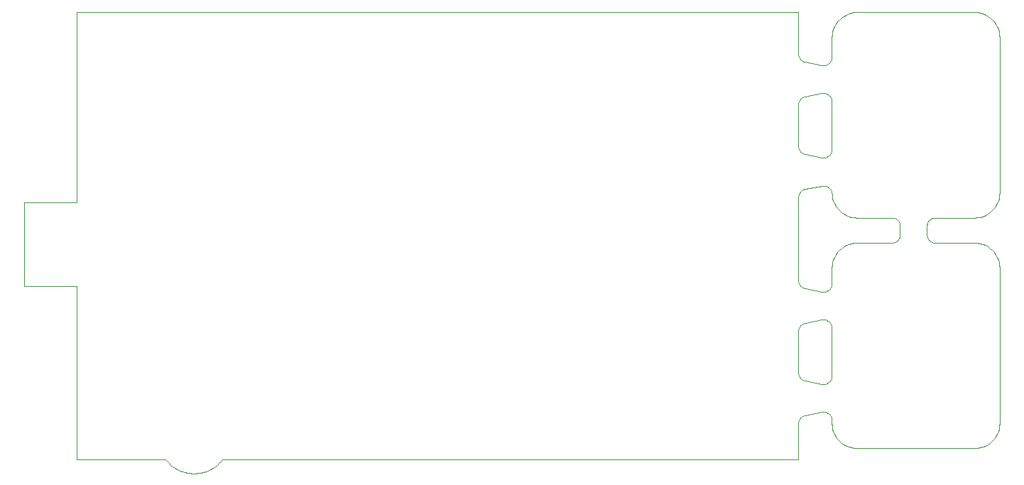
<source format=gko>
%MOIN*%
%OFA0B0*%
%FSLAX36Y36*%
%IPPOS*%
%LPD*%
%ADD10C,0*%
D10*
X003632999Y000474299D02*
X003632999Y000474299D01*
X003632999Y000667433D01*
X003633093Y000670143D01*
X003633373Y000672841D01*
X003633838Y000675513D01*
X003634486Y000678147D01*
X003635313Y000680730D01*
X003636317Y000683250D01*
X003637491Y000685695D01*
X003638831Y000688053D01*
X003640331Y000690313D01*
X003641982Y000692465D01*
X003643778Y000694498D01*
X003645709Y000696402D01*
X003647767Y000698169D01*
X003649942Y000699790D01*
X003652223Y000701257D01*
X003654599Y000702564D01*
X003657060Y000703704D01*
X003659594Y000704672D01*
X003662189Y000705464D01*
X003664831Y000706074D01*
X003743571Y000721435D01*
X003747003Y000721949D01*
X003750467Y000722158D01*
X003753936Y000722062D01*
X003757383Y000721661D01*
X003760781Y000720957D01*
X003764104Y000719957D01*
X003767327Y000718669D01*
X003770423Y000717101D01*
X003773369Y000715267D01*
X003776142Y000713181D01*
X003778721Y000710859D01*
X003781085Y000708318D01*
X003783216Y000705580D01*
X003785098Y000702664D01*
X003786715Y000699594D01*
X003788056Y000696393D01*
X003789110Y000693087D01*
X003789869Y000689700D01*
X003790327Y000686261D01*
X003790480Y000682794D01*
X003790480Y000458938D01*
X003790327Y000455471D01*
X003789869Y000452031D01*
X003789110Y000448645D01*
X003788056Y000445338D01*
X003786715Y000442138D01*
X003785098Y000439067D01*
X003783216Y000436152D01*
X003781085Y000433413D01*
X003778721Y000430873D01*
X003776142Y000428550D01*
X003773369Y000426464D01*
X003770423Y000424630D01*
X003767327Y000423063D01*
X003764104Y000421774D01*
X003760781Y000420774D01*
X003757383Y000420071D01*
X003753936Y000419669D01*
X003750467Y000419573D01*
X003747003Y000419782D01*
X003743571Y000420296D01*
X003664831Y000435657D01*
X003662189Y000436268D01*
X003659594Y000437059D01*
X003657060Y000438027D01*
X003654599Y000439167D01*
X003652223Y000440474D01*
X003649942Y000441941D01*
X003647767Y000443562D01*
X003645709Y000445329D01*
X003643778Y000447234D01*
X003641982Y000449266D01*
X003640331Y000451418D01*
X003638831Y000453678D01*
X003637491Y000456036D01*
X003636317Y000458481D01*
X003635313Y000461001D01*
X003634486Y000463584D01*
X003633838Y000466218D01*
X003633373Y000468890D01*
X003633093Y000471588D01*
X003632999Y000474299D01*
X003632999Y000234362D02*
X003632999Y000234362D01*
X003633093Y000237073D01*
X003633373Y000239770D01*
X003633838Y000242443D01*
X003634486Y000245076D01*
X003635313Y000247659D01*
X003636317Y000250179D01*
X003637491Y000252624D01*
X003638831Y000254982D01*
X003640331Y000257242D01*
X003641982Y000259394D01*
X003643778Y000261427D01*
X003645709Y000263331D01*
X003647767Y000265098D01*
X003649942Y000266719D01*
X003652223Y000268187D01*
X003654599Y000269493D01*
X003657060Y000270634D01*
X003659594Y000271602D01*
X003662189Y000272393D01*
X003664831Y000273004D01*
X003743571Y000288364D01*
X003747003Y000288878D01*
X003750467Y000289088D01*
X003753936Y000288991D01*
X003757383Y000288590D01*
X003760781Y000287886D01*
X003764104Y000286886D01*
X003767327Y000285598D01*
X003770423Y000284030D01*
X003773369Y000282196D01*
X003776142Y000280110D01*
X003778721Y000277788D01*
X003781085Y000275247D01*
X003783216Y000272509D01*
X003785098Y000269593D01*
X003786715Y000266523D01*
X003788056Y000263322D01*
X003789110Y000260016D01*
X003789869Y000256630D01*
X003790327Y000253190D01*
X003790480Y000249723D01*
X003790480Y000236220D01*
X003791222Y000222996D01*
X003793441Y000209938D01*
X003797108Y000197211D01*
X003802176Y000184974D01*
X003808583Y000173382D01*
X003816248Y000162580D01*
X003825073Y000152703D01*
X003834950Y000143878D01*
X003845751Y000136213D01*
X003857344Y000129806D01*
X003869581Y000124738D01*
X003882308Y000121071D01*
X003895366Y000118853D01*
X003908590Y000118110D01*
X004459771Y000118110D01*
X004472995Y000118853D01*
X004486053Y000121071D01*
X004498780Y000124738D01*
X004511017Y000129806D01*
X004522609Y000136213D01*
X004533411Y000143878D01*
X004543288Y000152703D01*
X004552113Y000162580D01*
X004559778Y000173382D01*
X004566185Y000184974D01*
X004571253Y000197211D01*
X004574920Y000209938D01*
X004577139Y000222996D01*
X004577881Y000236220D01*
X004577881Y000964566D01*
X004577139Y000977791D01*
X004574920Y000990849D01*
X004571253Y001003576D01*
X004566185Y001015813D01*
X004559778Y001027405D01*
X004552113Y001038207D01*
X004543288Y001048083D01*
X004533411Y001056909D01*
X004522609Y001064573D01*
X004511017Y001070980D01*
X004498780Y001076049D01*
X004486053Y001079716D01*
X004472995Y001081934D01*
X004459771Y001082677D01*
X004275514Y001082677D01*
X004272425Y001082798D01*
X004269355Y001083161D01*
X004266324Y001083764D01*
X004263348Y001084604D01*
X004260448Y001085674D01*
X004257641Y001086968D01*
X004254944Y001088478D01*
X004252373Y001090196D01*
X004249945Y001092110D01*
X004247675Y001094208D01*
X004245577Y001096478D01*
X004243663Y001098906D01*
X004241946Y001101476D01*
X004240435Y001104173D01*
X004239141Y001106980D01*
X004238071Y001109881D01*
X004237232Y001112856D01*
X004236629Y001115888D01*
X004236266Y001118958D01*
X004236144Y001122047D01*
X004236144Y001161417D01*
X004236266Y001164506D01*
X004236629Y001167576D01*
X004237232Y001170608D01*
X004238071Y001173583D01*
X004239141Y001176483D01*
X004240435Y001179290D01*
X004241946Y001181988D01*
X004243663Y001184558D01*
X004245577Y001186986D01*
X004247675Y001189256D01*
X004249945Y001191354D01*
X004252373Y001193268D01*
X004254944Y001194985D01*
X004257641Y001196496D01*
X004260448Y001197790D01*
X004263348Y001198860D01*
X004266324Y001199699D01*
X004269355Y001200302D01*
X004272425Y001200666D01*
X004275514Y001200787D01*
X004459771Y001200787D01*
X004472995Y001201530D01*
X004486053Y001203748D01*
X004498780Y001207415D01*
X004511017Y001212484D01*
X004522609Y001218890D01*
X004533411Y001226555D01*
X004543288Y001235380D01*
X004552113Y001245257D01*
X004559778Y001256059D01*
X004566185Y001267651D01*
X004571253Y001279888D01*
X004574920Y001292615D01*
X004577139Y001305673D01*
X004577881Y001318897D01*
X004577881Y002047244D01*
X004577139Y002060468D01*
X004574920Y002073526D01*
X004571253Y002086253D01*
X004566185Y002098490D01*
X004559778Y002110082D01*
X004552113Y002120884D01*
X004543288Y002130761D01*
X004533411Y002139586D01*
X004522609Y002147251D01*
X004511017Y002153657D01*
X004498780Y002158726D01*
X004486053Y002162393D01*
X004472995Y002164611D01*
X004459771Y002165354D01*
X003908590Y002165354D01*
X003895366Y002164611D01*
X003882308Y002162393D01*
X003869581Y002158726D01*
X003857344Y002153657D01*
X003845751Y002147251D01*
X003834950Y002139586D01*
X003825073Y002130761D01*
X003816248Y002120884D01*
X003808583Y002110082D01*
X003802176Y002098490D01*
X003797108Y002086253D01*
X003793441Y002073526D01*
X003791222Y002060468D01*
X003790480Y002047244D01*
X003790480Y001955001D01*
X003790327Y001951534D01*
X003789869Y001948094D01*
X003789110Y001944708D01*
X003788056Y001941401D01*
X003786715Y001938201D01*
X003785098Y001935130D01*
X003783216Y001932215D01*
X003781085Y001929476D01*
X003778721Y001926936D01*
X003776142Y001924613D01*
X003773369Y001922527D01*
X003770423Y001920693D01*
X003767327Y001919126D01*
X003764104Y001917837D01*
X003760781Y001916837D01*
X003757383Y001916134D01*
X003753936Y001915732D01*
X003750467Y001915636D01*
X003747003Y001915845D01*
X003743571Y001916359D01*
X003664831Y001931720D01*
X003662189Y001932331D01*
X003659594Y001933122D01*
X003657060Y001934090D01*
X003654599Y001935230D01*
X003652223Y001936537D01*
X003649942Y001938004D01*
X003647767Y001939625D01*
X003645709Y001941392D01*
X003643778Y001943297D01*
X003641982Y001945329D01*
X003640331Y001947481D01*
X003638831Y001949741D01*
X003637491Y001952099D01*
X003636317Y001954544D01*
X003635313Y001957064D01*
X003634486Y001959647D01*
X003633838Y001962281D01*
X003633373Y001964953D01*
X003633093Y001967651D01*
X003632999Y001970362D01*
X003632999Y002167319D01*
X000245999Y002167319D01*
X000245999Y001272319D01*
X000000000Y001272319D01*
X000000000Y000878319D01*
X000245999Y000878319D01*
X000245999Y000067319D01*
X000661645Y000067319D01*
X000669448Y000057619D01*
X000677949Y000048525D01*
X000687103Y000040088D01*
X000696859Y000032354D01*
X000707162Y000025366D01*
X000717955Y000019162D01*
X000729180Y000013778D01*
X000740773Y000009242D01*
X000752671Y000005581D01*
X000764809Y000002813D01*
X000777118Y000000954D01*
X000789532Y000000014D01*
X000801980Y000000000D01*
X000814396Y000000910D01*
X000826710Y000002740D01*
X000838854Y000005480D01*
X000850761Y000009114D01*
X000862365Y000013622D01*
X000873602Y000018980D01*
X000884410Y000025158D01*
X000894729Y000032122D01*
X000904502Y000039833D01*
X000913676Y000048249D01*
X000922199Y000057322D01*
X000930025Y000067005D01*
X000961000Y000067005D01*
X002845000Y000067319D01*
X003632999Y000067319D01*
X003632999Y000234362D01*
X003632999Y001297354D02*
X003632999Y001297354D01*
X003633096Y001300113D01*
X003633386Y001302858D01*
X003633868Y001305576D01*
X003634538Y001308254D01*
X003635395Y001310878D01*
X003636434Y001313435D01*
X003637649Y001315914D01*
X003639035Y001318301D01*
X003640584Y001320586D01*
X003642290Y001322756D01*
X003644144Y001324801D01*
X003646137Y001326711D01*
X003648258Y001328477D01*
X003650499Y001330090D01*
X003652846Y001331542D01*
X003655290Y001332826D01*
X003657817Y001333936D01*
X003660417Y001334866D01*
X003663074Y001335611D01*
X003665778Y001336168D01*
X003744911Y001349607D01*
X003748197Y001350024D01*
X003751506Y001350163D01*
X003754815Y001350023D01*
X003758100Y001349606D01*
X003761339Y001348914D01*
X003764508Y001347953D01*
X003767585Y001346728D01*
X003770549Y001345249D01*
X003773377Y001343527D01*
X003776051Y001341572D01*
X003778551Y001339400D01*
X003780860Y001337026D01*
X003782961Y001334465D01*
X003784839Y001331738D01*
X003786481Y001328862D01*
X003787876Y001325858D01*
X003789014Y001322748D01*
X003789886Y001319553D01*
X003790486Y001316296D01*
X003790811Y001313000D01*
X003791222Y001305673D01*
X003793441Y001292615D01*
X003797108Y001279888D01*
X003802176Y001267651D01*
X003808583Y001256059D01*
X003816248Y001245257D01*
X003825073Y001235380D01*
X003834950Y001226555D01*
X003845751Y001218890D01*
X003857344Y001212484D01*
X003869581Y001207415D01*
X003882308Y001203748D01*
X003895366Y001201530D01*
X003908590Y001200787D01*
X004070941Y001200787D01*
X004074030Y001200666D01*
X004077100Y001200302D01*
X004080132Y001199699D01*
X004083107Y001198860D01*
X004086008Y001197790D01*
X004088815Y001196496D01*
X004091512Y001194985D01*
X004094083Y001193268D01*
X004096510Y001191354D01*
X004098780Y001189256D01*
X004100879Y001186986D01*
X004102792Y001184558D01*
X004104510Y001181988D01*
X004106020Y001179290D01*
X004107315Y001176483D01*
X004108385Y001173583D01*
X004109224Y001170608D01*
X004109827Y001167576D01*
X004110190Y001164506D01*
X004110311Y001161417D01*
X004110311Y001122047D01*
X004110190Y001118958D01*
X004109827Y001115888D01*
X004109224Y001112856D01*
X004108385Y001109881D01*
X004107315Y001106980D01*
X004106020Y001104173D01*
X004104510Y001101476D01*
X004102792Y001098906D01*
X004100879Y001096478D01*
X004098780Y001094208D01*
X004096510Y001092110D01*
X004094083Y001090196D01*
X004091512Y001088478D01*
X004088815Y001086968D01*
X004086008Y001085674D01*
X004083107Y001084604D01*
X004080132Y001083764D01*
X004077100Y001083161D01*
X004074030Y001082798D01*
X004070941Y001082677D01*
X003908590Y001082677D01*
X003895366Y001081934D01*
X003882308Y001079716D01*
X003869581Y001076049D01*
X003857344Y001070980D01*
X003845751Y001064573D01*
X003834950Y001056909D01*
X003825073Y001048083D01*
X003816248Y001038207D01*
X003808583Y001027405D01*
X003802176Y001015813D01*
X003797108Y001003576D01*
X003793441Y000990849D01*
X003791222Y000977791D01*
X003790480Y000964566D01*
X003790480Y000892009D01*
X003790327Y000888542D01*
X003789869Y000885102D01*
X003789110Y000881715D01*
X003788056Y000878409D01*
X003786715Y000875208D01*
X003785098Y000872138D01*
X003783216Y000869223D01*
X003781085Y000866484D01*
X003778721Y000863943D01*
X003776142Y000861621D01*
X003773369Y000859535D01*
X003770423Y000857701D01*
X003767327Y000856134D01*
X003764104Y000854845D01*
X003760781Y000853845D01*
X003757383Y000853141D01*
X003753936Y000852740D01*
X003750467Y000852644D01*
X003747003Y000852853D01*
X003743571Y000853367D01*
X003664831Y000868728D01*
X003662189Y000869339D01*
X003659594Y000870130D01*
X003657060Y000871098D01*
X003654599Y000872238D01*
X003652223Y000873545D01*
X003649942Y000875012D01*
X003647767Y000876633D01*
X003645709Y000878400D01*
X003643778Y000880304D01*
X003641982Y000882337D01*
X003640331Y000884489D01*
X003638831Y000886749D01*
X003637491Y000889107D01*
X003636317Y000891552D01*
X003635313Y000894072D01*
X003634486Y000896655D01*
X003633838Y000899289D01*
X003633373Y000901961D01*
X003633093Y000904659D01*
X003632999Y000907369D01*
X003632999Y001297354D01*
X003790480Y001521930D02*
X003790480Y001521930D01*
X003790327Y001518463D01*
X003789869Y001515023D01*
X003789110Y001511637D01*
X003788056Y001508330D01*
X003786715Y001505130D01*
X003785098Y001502060D01*
X003783216Y001499144D01*
X003781085Y001496405D01*
X003778721Y001493865D01*
X003776142Y001491542D01*
X003773369Y001489456D01*
X003770423Y001487622D01*
X003767327Y001486055D01*
X003764104Y001484766D01*
X003760781Y001483766D01*
X003757383Y001483063D01*
X003753936Y001482661D01*
X003750467Y001482565D01*
X003747003Y001482774D01*
X003743571Y001483288D01*
X003664831Y001498649D01*
X003662189Y001499260D01*
X003659594Y001500051D01*
X003657060Y001501019D01*
X003654599Y001502159D01*
X003652223Y001503466D01*
X003649942Y001504933D01*
X003647767Y001506554D01*
X003645709Y001508321D01*
X003643778Y001510226D01*
X003641982Y001512259D01*
X003640331Y001514410D01*
X003638831Y001516670D01*
X003637491Y001519029D01*
X003636317Y001521473D01*
X003635313Y001523993D01*
X003634486Y001526576D01*
X003633838Y001529210D01*
X003633373Y001531882D01*
X003633093Y001534580D01*
X003632999Y001537291D01*
X003632999Y001730425D01*
X003633093Y001733136D01*
X003633373Y001735833D01*
X003633838Y001738506D01*
X003634486Y001741139D01*
X003635313Y001743722D01*
X003636317Y001746242D01*
X003637491Y001748687D01*
X003638831Y001751045D01*
X003640331Y001753305D01*
X003641982Y001755457D01*
X003643778Y001757490D01*
X003645709Y001759394D01*
X003647767Y001761161D01*
X003649942Y001762782D01*
X003652223Y001764250D01*
X003654599Y001765556D01*
X003657060Y001766697D01*
X003659594Y001767665D01*
X003662189Y001768456D01*
X003664831Y001769066D01*
X003743571Y001784427D01*
X003747003Y001784941D01*
X003750467Y001785151D01*
X003753936Y001785054D01*
X003757383Y001784653D01*
X003760781Y001783949D01*
X003764104Y001782949D01*
X003767327Y001781661D01*
X003770423Y001780093D01*
X003773369Y001778259D01*
X003776142Y001776173D01*
X003778721Y001773851D01*
X003781085Y001771310D01*
X003783216Y001768572D01*
X003785098Y001765656D01*
X003786715Y001762586D01*
X003788056Y001759385D01*
X003789110Y001756079D01*
X003789869Y001752693D01*
X003790327Y001749253D01*
X003790480Y001745786D01*
X003790480Y001521930D01*
M02*
</source>
